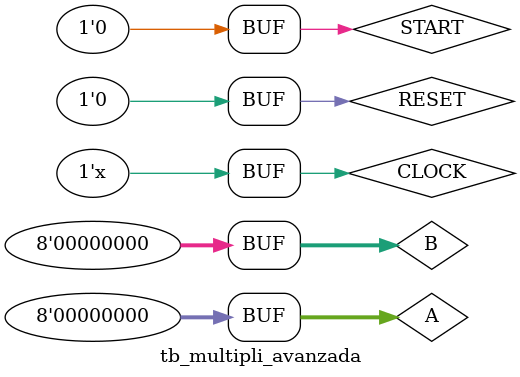
<source format=sv>
`timescale 1ns/1ps

module tb_multipli_avanzada;

  localparam int TAM    = 8;
  localparam int CLK_NS = 10;

  // Señales compartidas
  logic                          CLOCK = 1'b0;
  logic                          RESET = 1'b0;   // activo en bajo
  logic                          START = 1'b0;
  logic signed [TAM-1:0]         A     = '0;
  logic signed [TAM-1:0]         B     = '0;
  logic signed [2*TAM-1:0]       S;
  logic                          END_MULT;

  // DUT
  multipli #(.tamano(TAM)) dut (
    .CLOCK    (CLOCK),
    .RESET    (RESET),
    .START    (START),
    .A        (A),
    .B        (B),
    .S        (S),
    .END_MULT (END_MULT)
  );

  // Reloj
  always #(CLK_NS/2) CLOCK = ~CLOCK;

  // Instancia del program de verificación
  tb_prog #(.TAM(TAM)) env (
    .CLOCK    (CLOCK),
    .RESET    (RESET),
    .START    (START),
    .A        (A),
    .B        (B),
    .S        (S),
    .END_MULT (END_MULT)
  );

endmodule

</source>
